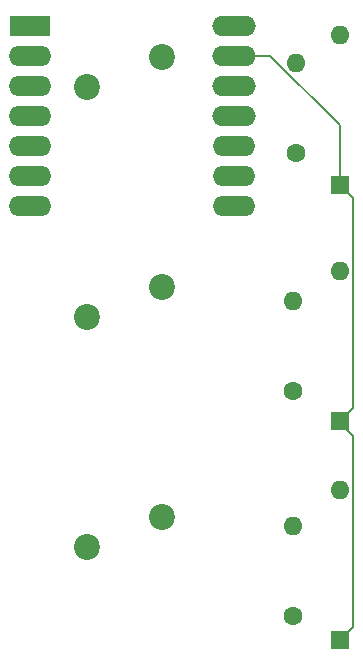
<source format=gbr>
%TF.GenerationSoftware,KiCad,Pcbnew,8.0.6*%
%TF.CreationDate,2024-10-22T22:58:12-04:00*%
%TF.ProjectId,Hackpad,4861636b-7061-4642-9e6b-696361645f70,rev?*%
%TF.SameCoordinates,Original*%
%TF.FileFunction,Copper,L1,Top*%
%TF.FilePolarity,Positive*%
%FSLAX46Y46*%
G04 Gerber Fmt 4.6, Leading zero omitted, Abs format (unit mm)*
G04 Created by KiCad (PCBNEW 8.0.6) date 2024-10-22 22:58:12*
%MOMM*%
%LPD*%
G01*
G04 APERTURE LIST*
%TA.AperFunction,ComponentPad*%
%ADD10R,3.500000X1.700000*%
%TD*%
%TA.AperFunction,ComponentPad*%
%ADD11O,3.600000X1.700000*%
%TD*%
%TA.AperFunction,ComponentPad*%
%ADD12O,3.700000X1.700000*%
%TD*%
%TA.AperFunction,ComponentPad*%
%ADD13C,2.200000*%
%TD*%
%TA.AperFunction,ComponentPad*%
%ADD14O,1.600000X1.600000*%
%TD*%
%TA.AperFunction,ComponentPad*%
%ADD15C,1.600000*%
%TD*%
%TA.AperFunction,ComponentPad*%
%ADD16R,1.600000X1.600000*%
%TD*%
%TA.AperFunction,Conductor*%
%ADD17C,0.200000*%
%TD*%
G04 APERTURE END LIST*
D10*
%TO.P,U1,1,PA02_A0_D0*%
%TO.N,unconnected-(U1-PA02_A0_D0-Pad1)*%
X136250000Y-57380000D03*
D11*
%TO.P,U1,2,PA4_A1_D1*%
%TO.N,unconnected-(U1-PA4_A1_D1-Pad2)*%
X136250000Y-59920000D03*
%TO.P,U1,3,PA10_A2_D2*%
%TO.N,unconnected-(U1-PA10_A2_D2-Pad3)*%
X136250000Y-62460000D03*
%TO.P,U1,4,PA11_A3_D3*%
%TO.N,unconnected-(U1-PA11_A3_D3-Pad4)*%
X136250000Y-65000000D03*
%TO.P,U1,5,PA8_A4_D4_SDA*%
%TO.N,unconnected-(U1-PA8_A4_D4_SDA-Pad5)*%
X136250000Y-67540000D03*
%TO.P,U1,6,PA9_A5_D5_SCL*%
%TO.N,unconnected-(U1-PA9_A5_D5_SCL-Pad6)*%
X136250000Y-70080000D03*
%TO.P,U1,7,PB08_A6_D6_TX*%
%TO.N,unconnected-(U1-PB08_A6_D6_TX-Pad7)*%
X136250000Y-72620000D03*
%TO.P,U1,8,PB09_A7_D7_RX*%
%TO.N,unconnected-(U1-PB09_A7_D7_RX-Pad8)*%
X153500000Y-72620000D03*
%TO.P,U1,9,PA7_A8_D8_SCK*%
%TO.N,Net-(U1-PA7_A8_D8_SCK)*%
X153500000Y-70080000D03*
%TO.P,U1,10,PA5_A9_D9_MISO*%
%TO.N,Net-(U1-PA5_A9_D9_MISO)*%
X153500000Y-67540000D03*
D12*
%TO.P,U1,11,PA6_A10_D10_MOSI*%
%TO.N,Net-(U1-PA6_A10_D10_MOSI)*%
X153500000Y-65000000D03*
%TO.P,U1,12,3V3*%
%TO.N,unconnected-(U1-3V3-Pad12)*%
X153500000Y-62460000D03*
%TO.P,U1,13,GND*%
%TO.N,GND*%
X153500000Y-59920000D03*
%TO.P,U1,14,5V*%
%TO.N,unconnected-(U1-5V-Pad14)*%
X153500000Y-57380000D03*
%TD*%
D13*
%TO.P,SW3,1,1*%
%TO.N,Net-(R2-Pad2)*%
X147450000Y-98920000D03*
%TO.P,SW3,2,2*%
%TO.N,Net-(D4-A)*%
X141100000Y-101460000D03*
%TD*%
%TO.P,SW2,1,1*%
%TO.N,Net-(R3-Pad2)*%
X147450000Y-79500000D03*
%TO.P,SW2,2,2*%
%TO.N,Net-(D5-A)*%
X141100000Y-82040000D03*
%TD*%
%TO.P,SW1,1,1*%
%TO.N,Net-(R1-Pad1)*%
X147450000Y-60040000D03*
%TO.P,SW1,2,2*%
%TO.N,Net-(D1-A)*%
X141100000Y-62580000D03*
%TD*%
D14*
%TO.P,R3,2*%
%TO.N,Net-(R3-Pad2)*%
X158500000Y-99690000D03*
D15*
%TO.P,R3,1*%
%TO.N,Net-(U1-PA5_A9_D9_MISO)*%
X158500000Y-107310000D03*
%TD*%
D14*
%TO.P,R2,2*%
%TO.N,Net-(R2-Pad2)*%
X158500000Y-80690000D03*
D15*
%TO.P,R2,1*%
%TO.N,Net-(U1-PA7_A8_D8_SCK)*%
X158500000Y-88310000D03*
%TD*%
%TO.P,R1,1*%
%TO.N,Net-(R1-Pad1)*%
X158750000Y-68120000D03*
D14*
%TO.P,R1,2*%
%TO.N,Net-(U1-PA6_A10_D10_MOSI)*%
X158750000Y-60500000D03*
%TD*%
%TO.P,D5,2,A*%
%TO.N,Net-(D5-A)*%
X162500000Y-96650000D03*
D16*
%TO.P,D5,1,K*%
%TO.N,GND*%
X162500000Y-109350000D03*
%TD*%
D14*
%TO.P,D4,2,A*%
%TO.N,Net-(D4-A)*%
X162500000Y-78150000D03*
D16*
%TO.P,D4,1,K*%
%TO.N,GND*%
X162500000Y-90850000D03*
%TD*%
%TO.P,D1,1,K*%
%TO.N,GND*%
X162500000Y-70850000D03*
D14*
%TO.P,D1,2,A*%
%TO.N,Net-(D1-A)*%
X162500000Y-58150000D03*
%TD*%
D17*
%TO.N,GND*%
X163600000Y-108250000D02*
X162500000Y-109350000D01*
X162500000Y-91000000D02*
X163600000Y-92100000D01*
X163600000Y-92100000D02*
X163600000Y-108250000D01*
X162500000Y-90850000D02*
X162500000Y-91000000D01*
X163600000Y-89750000D02*
X162500000Y-90850000D01*
X163600000Y-71950000D02*
X163600000Y-89750000D01*
X162500000Y-70850000D02*
X163600000Y-71950000D01*
X162500000Y-65805635D02*
X162500000Y-70850000D01*
X156614365Y-59920000D02*
X162500000Y-65805635D01*
X152500000Y-59920000D02*
X156614365Y-59920000D01*
%TD*%
M02*

</source>
